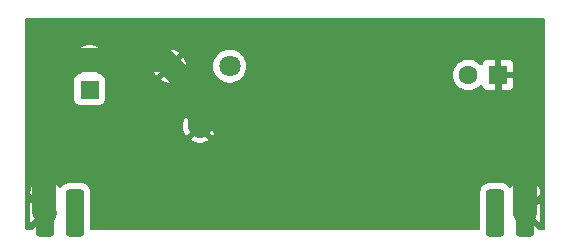
<source format=gbl>
%TF.GenerationSoftware,KiCad,Pcbnew,8.0.4*%
%TF.CreationDate,2025-01-06T15:16:24+00:00*%
%TF.ProjectId,33063_invert,33333036-335f-4696-9e76-6572742e6b69,rev?*%
%TF.SameCoordinates,Original*%
%TF.FileFunction,Copper,L2,Bot*%
%TF.FilePolarity,Positive*%
%FSLAX46Y46*%
G04 Gerber Fmt 4.6, Leading zero omitted, Abs format (unit mm)*
G04 Created by KiCad (PCBNEW 8.0.4) date 2025-01-06 15:16:24*
%MOMM*%
%LPD*%
G01*
G04 APERTURE LIST*
G04 Aperture macros list*
%AMRoundRect*
0 Rectangle with rounded corners*
0 $1 Rounding radius*
0 $2 $3 $4 $5 $6 $7 $8 $9 X,Y pos of 4 corners*
0 Add a 4 corners polygon primitive as box body*
4,1,4,$2,$3,$4,$5,$6,$7,$8,$9,$2,$3,0*
0 Add four circle primitives for the rounded corners*
1,1,$1+$1,$2,$3*
1,1,$1+$1,$4,$5*
1,1,$1+$1,$6,$7*
1,1,$1+$1,$8,$9*
0 Add four rect primitives between the rounded corners*
20,1,$1+$1,$2,$3,$4,$5,0*
20,1,$1+$1,$4,$5,$6,$7,0*
20,1,$1+$1,$6,$7,$8,$9,0*
20,1,$1+$1,$8,$9,$2,$3,0*%
G04 Aperture macros list end*
%TA.AperFunction,ComponentPad*%
%ADD10RoundRect,0.250000X-0.500000X-1.750000X0.500000X-1.750000X0.500000X1.750000X-0.500000X1.750000X0*%
%TD*%
%TA.AperFunction,ComponentPad*%
%ADD11R,1.600000X1.600000*%
%TD*%
%TA.AperFunction,ComponentPad*%
%ADD12C,1.600000*%
%TD*%
%TA.AperFunction,ComponentPad*%
%ADD13C,1.800000*%
%TD*%
%TA.AperFunction,ViaPad*%
%ADD14C,2.000000*%
%TD*%
%TA.AperFunction,Conductor*%
%ADD15C,2.000000*%
%TD*%
%TA.AperFunction,Conductor*%
%ADD16C,0.600000*%
%TD*%
%TA.AperFunction,Conductor*%
%ADD17C,0.200000*%
%TD*%
G04 APERTURE END LIST*
D10*
%TO.P,J1,1,Pin_1*%
%TO.N,GND2*%
X53180000Y-68000000D03*
%TO.P,J1,2,Pin_2*%
%TO.N,/Vin_2*%
X55720000Y-68000000D03*
%TD*%
D11*
%TO.P,C1,1*%
%TO.N,/Vin_2*%
X56950000Y-57600000D03*
D12*
%TO.P,C1,2*%
%TO.N,GND2*%
X56950000Y-55100000D03*
%TD*%
D10*
%TO.P,J2,1,Pin_1*%
%TO.N,/Vout_2*%
X91280000Y-68000000D03*
%TO.P,J2,2,Pin_2*%
%TO.N,GND2*%
X93820000Y-68000000D03*
%TD*%
D12*
%TO.P,C3,2*%
%TO.N,/Vout_2*%
X89000000Y-56350000D03*
D11*
%TO.P,C3,1*%
%TO.N,GND2*%
X91500000Y-56350000D03*
%TD*%
D13*
%TO.P,RV1,1,1*%
%TO.N,Net-(JP2-B)*%
X68790000Y-55610000D03*
%TO.P,RV1,2,2*%
%TO.N,GND2*%
X66250000Y-60690000D03*
%TO.P,RV1,3,3*%
X63710000Y-55610000D03*
%TD*%
D14*
%TO.N,GND2*%
X71650000Y-66350000D03*
%TD*%
D15*
%TO.N,GND2*%
X67290000Y-59650000D02*
X81700000Y-59650000D01*
X81700000Y-59650000D02*
X92170000Y-59650000D01*
X93820000Y-68000000D02*
X93820000Y-61300000D01*
X71650000Y-64090000D02*
X68250000Y-60690000D01*
D16*
X91500000Y-56350000D02*
X91500000Y-58980000D01*
D15*
X63200000Y-55100000D02*
X63710000Y-55610000D01*
D17*
X91500000Y-58980000D02*
X92170000Y-59650000D01*
D15*
X53050000Y-67870000D02*
X53050000Y-56700000D01*
X53180000Y-68000000D02*
X53050000Y-67870000D01*
X55450000Y-55100000D02*
X56950000Y-55100000D01*
X93820000Y-61300000D02*
X92170000Y-59650000D01*
X71650000Y-66350000D02*
X71650000Y-64090000D01*
X66250000Y-60690000D02*
X67290000Y-59650000D01*
X66250000Y-58150000D02*
X63710000Y-55610000D01*
X56950000Y-55100000D02*
X63200000Y-55100000D01*
X54650000Y-55100000D02*
X57450000Y-55100000D01*
X66250000Y-60690000D02*
X66250000Y-58150000D01*
X53050000Y-56700000D02*
X54650000Y-55100000D01*
%TD*%
%TA.AperFunction,Conductor*%
%TO.N,GND2*%
G36*
X95443039Y-51519685D02*
G01*
X95488794Y-51572489D01*
X95500000Y-51624000D01*
X95500000Y-69375500D01*
X95480315Y-69442539D01*
X95427511Y-69488294D01*
X95376000Y-69499500D01*
X95017309Y-69499500D01*
X94950270Y-69479815D01*
X94929628Y-69463181D01*
X93866447Y-68400000D01*
X93872661Y-68400000D01*
X93974394Y-68372741D01*
X94065606Y-68320080D01*
X94140080Y-68245606D01*
X94192741Y-68154394D01*
X94220000Y-68052661D01*
X94220000Y-68046448D01*
X95069998Y-68896446D01*
X95069999Y-68896445D01*
X95069999Y-67103553D01*
X95069998Y-67103552D01*
X94220000Y-67953551D01*
X94220000Y-67947339D01*
X94192741Y-67845606D01*
X94140080Y-67754394D01*
X94065606Y-67679920D01*
X93974394Y-67627259D01*
X93872661Y-67600000D01*
X93866447Y-67600000D01*
X95069998Y-66396447D01*
X95069999Y-66396446D01*
X95069999Y-66200028D01*
X95069998Y-66200013D01*
X95059505Y-66097302D01*
X95004358Y-65930880D01*
X95004356Y-65930875D01*
X94912315Y-65781654D01*
X94788345Y-65657684D01*
X94639124Y-65565643D01*
X94639119Y-65565641D01*
X94472697Y-65510494D01*
X94472690Y-65510493D01*
X94369980Y-65500000D01*
X93270028Y-65500000D01*
X93270012Y-65500001D01*
X93167302Y-65510494D01*
X93000880Y-65565641D01*
X93000875Y-65565643D01*
X92851654Y-65657684D01*
X92727683Y-65781655D01*
X92727680Y-65781659D01*
X92655831Y-65898144D01*
X92603883Y-65944869D01*
X92534920Y-65956090D01*
X92470838Y-65928247D01*
X92444754Y-65898144D01*
X92372906Y-65781659D01*
X92372712Y-65781344D01*
X92248656Y-65657288D01*
X92099334Y-65565186D01*
X91932797Y-65510001D01*
X91932795Y-65510000D01*
X91830010Y-65499500D01*
X90729998Y-65499500D01*
X90729980Y-65499501D01*
X90627203Y-65510000D01*
X90627200Y-65510001D01*
X90460668Y-65565185D01*
X90460663Y-65565187D01*
X90311342Y-65657289D01*
X90187289Y-65781342D01*
X90095187Y-65930663D01*
X90095185Y-65930668D01*
X90086761Y-65956090D01*
X90040001Y-66097203D01*
X90040001Y-66097204D01*
X90040000Y-66097204D01*
X90029500Y-66199983D01*
X90029500Y-66199991D01*
X90029500Y-67845606D01*
X90029501Y-69375500D01*
X90009816Y-69442539D01*
X89957012Y-69488294D01*
X89905501Y-69499500D01*
X57094500Y-69499500D01*
X57027461Y-69479815D01*
X56981706Y-69427011D01*
X56970500Y-69375500D01*
X56970499Y-66199998D01*
X56970498Y-66199981D01*
X56959999Y-66097203D01*
X56959998Y-66097200D01*
X56904814Y-65930666D01*
X56812712Y-65781344D01*
X56688656Y-65657288D01*
X56539334Y-65565186D01*
X56372797Y-65510001D01*
X56372795Y-65510000D01*
X56270010Y-65499500D01*
X55169998Y-65499500D01*
X55169980Y-65499501D01*
X55067203Y-65510000D01*
X55067200Y-65510001D01*
X54900668Y-65565185D01*
X54900663Y-65565187D01*
X54751342Y-65657289D01*
X54627288Y-65781343D01*
X54627285Y-65781347D01*
X54555244Y-65898144D01*
X54503296Y-65944869D01*
X54434334Y-65956090D01*
X54370252Y-65928247D01*
X54344167Y-65898144D01*
X54272315Y-65781654D01*
X54148345Y-65657684D01*
X53999124Y-65565643D01*
X53999119Y-65565641D01*
X53832697Y-65510494D01*
X53832690Y-65510493D01*
X53729980Y-65500000D01*
X52630028Y-65500000D01*
X52630012Y-65500001D01*
X52527302Y-65510494D01*
X52360880Y-65565641D01*
X52360875Y-65565643D01*
X52211654Y-65657684D01*
X52087684Y-65781654D01*
X51995643Y-65930875D01*
X51995641Y-65930880D01*
X51940494Y-66097302D01*
X51940493Y-66097309D01*
X51930000Y-66200013D01*
X51930000Y-66396447D01*
X53133553Y-67600000D01*
X53127339Y-67600000D01*
X53025606Y-67627259D01*
X52934394Y-67679920D01*
X52859920Y-67754394D01*
X52807259Y-67845606D01*
X52780000Y-67947339D01*
X52780000Y-67953552D01*
X51930000Y-67103552D01*
X51930000Y-68896446D01*
X52780000Y-68046446D01*
X52780000Y-68052661D01*
X52807259Y-68154394D01*
X52859920Y-68245606D01*
X52934394Y-68320080D01*
X53025606Y-68372741D01*
X53127339Y-68400000D01*
X53133553Y-68400000D01*
X52070372Y-69463181D01*
X52009049Y-69496666D01*
X51982691Y-69499500D01*
X51624000Y-69499500D01*
X51556961Y-69479815D01*
X51511206Y-69427011D01*
X51500000Y-69375500D01*
X51500000Y-60689994D01*
X64845202Y-60689994D01*
X64845202Y-60690005D01*
X64864361Y-60921218D01*
X64921317Y-61146135D01*
X65014515Y-61358606D01*
X65098812Y-61487633D01*
X65767037Y-60819408D01*
X65784075Y-60882993D01*
X65849901Y-60997007D01*
X65942993Y-61090099D01*
X66057007Y-61155925D01*
X66120590Y-61172962D01*
X65451201Y-61842351D01*
X65481649Y-61866050D01*
X65685697Y-61976476D01*
X65685706Y-61976479D01*
X65905139Y-62051811D01*
X66133993Y-62090000D01*
X66366007Y-62090000D01*
X66594860Y-62051811D01*
X66814293Y-61976479D01*
X66814301Y-61976476D01*
X67018355Y-61866047D01*
X67048797Y-61842351D01*
X67048798Y-61842350D01*
X66379410Y-61172962D01*
X66442993Y-61155925D01*
X66557007Y-61090099D01*
X66650099Y-60997007D01*
X66715925Y-60882993D01*
X66732962Y-60819409D01*
X67401186Y-61487633D01*
X67485482Y-61358611D01*
X67578682Y-61146135D01*
X67635638Y-60921218D01*
X67654798Y-60690005D01*
X67654798Y-60689994D01*
X67635638Y-60458781D01*
X67578682Y-60233864D01*
X67485484Y-60021393D01*
X67401186Y-59892365D01*
X66732962Y-60560589D01*
X66715925Y-60497007D01*
X66650099Y-60382993D01*
X66557007Y-60289901D01*
X66442993Y-60224075D01*
X66379409Y-60207037D01*
X67048797Y-59537647D01*
X67048797Y-59537645D01*
X67018360Y-59513955D01*
X67018354Y-59513951D01*
X66814302Y-59403523D01*
X66814293Y-59403520D01*
X66594860Y-59328188D01*
X66366007Y-59290000D01*
X66133993Y-59290000D01*
X65905139Y-59328188D01*
X65685706Y-59403520D01*
X65685697Y-59403523D01*
X65481650Y-59513949D01*
X65451200Y-59537647D01*
X66120591Y-60207037D01*
X66057007Y-60224075D01*
X65942993Y-60289901D01*
X65849901Y-60382993D01*
X65784075Y-60497007D01*
X65767037Y-60560591D01*
X65098811Y-59892365D01*
X65014516Y-60021390D01*
X64921317Y-60233864D01*
X64864361Y-60458781D01*
X64845202Y-60689994D01*
X51500000Y-60689994D01*
X51500000Y-55099997D01*
X55645034Y-55099997D01*
X55645034Y-55100002D01*
X55664858Y-55326599D01*
X55664860Y-55326610D01*
X55723730Y-55546317D01*
X55723735Y-55546331D01*
X55819863Y-55752478D01*
X55870974Y-55825472D01*
X56550000Y-55146446D01*
X56550000Y-55152661D01*
X56577259Y-55254394D01*
X56629920Y-55345606D01*
X56704394Y-55420080D01*
X56795606Y-55472741D01*
X56897339Y-55500000D01*
X56903553Y-55500000D01*
X56219352Y-56184199D01*
X56209506Y-56233194D01*
X56160890Y-56283377D01*
X56105367Y-56298049D01*
X56105423Y-56299099D01*
X56105429Y-56299146D01*
X56105426Y-56299146D01*
X56105436Y-56299324D01*
X56102123Y-56299501D01*
X56042516Y-56305908D01*
X55907671Y-56356202D01*
X55907664Y-56356206D01*
X55792455Y-56442452D01*
X55792452Y-56442455D01*
X55706206Y-56557664D01*
X55706202Y-56557671D01*
X55655908Y-56692517D01*
X55649501Y-56752116D01*
X55649501Y-56752123D01*
X55649500Y-56752135D01*
X55649500Y-58447870D01*
X55649501Y-58447876D01*
X55655908Y-58507483D01*
X55706202Y-58642328D01*
X55706206Y-58642335D01*
X55792452Y-58757544D01*
X55792455Y-58757547D01*
X55907664Y-58843793D01*
X55907671Y-58843797D01*
X56042517Y-58894091D01*
X56042516Y-58894091D01*
X56049444Y-58894835D01*
X56102127Y-58900500D01*
X57797872Y-58900499D01*
X57857483Y-58894091D01*
X57992331Y-58843796D01*
X58107546Y-58757546D01*
X58193796Y-58642331D01*
X58244091Y-58507483D01*
X58250500Y-58447873D01*
X58250499Y-56752128D01*
X58244091Y-56692517D01*
X58209584Y-56600000D01*
X58193797Y-56557671D01*
X58193793Y-56557664D01*
X58107547Y-56442455D01*
X58107544Y-56442452D01*
X57992335Y-56356206D01*
X57992328Y-56356202D01*
X57857482Y-56305908D01*
X57857483Y-56305908D01*
X57797883Y-56299501D01*
X57797881Y-56299500D01*
X57797873Y-56299500D01*
X57797864Y-56299500D01*
X57794548Y-56299322D01*
X57794627Y-56297847D01*
X57733215Y-56279815D01*
X57687460Y-56227011D01*
X57679969Y-56183522D01*
X56996447Y-55500000D01*
X57002661Y-55500000D01*
X57104394Y-55472741D01*
X57195606Y-55420080D01*
X57270080Y-55345606D01*
X57322741Y-55254394D01*
X57350000Y-55152661D01*
X57350000Y-55146447D01*
X58029024Y-55825471D01*
X58080136Y-55752478D01*
X58146577Y-55609994D01*
X62305202Y-55609994D01*
X62305202Y-55610005D01*
X62324361Y-55841218D01*
X62381317Y-56066135D01*
X62474515Y-56278606D01*
X62558812Y-56407633D01*
X63227037Y-55739408D01*
X63244075Y-55802993D01*
X63309901Y-55917007D01*
X63402993Y-56010099D01*
X63517007Y-56075925D01*
X63580590Y-56092962D01*
X62911201Y-56762351D01*
X62941649Y-56786050D01*
X63145697Y-56896476D01*
X63145706Y-56896479D01*
X63365139Y-56971811D01*
X63593993Y-57010000D01*
X63826007Y-57010000D01*
X64054860Y-56971811D01*
X64274293Y-56896479D01*
X64274301Y-56896476D01*
X64478355Y-56786047D01*
X64508797Y-56762351D01*
X64508798Y-56762350D01*
X63839410Y-56092962D01*
X63902993Y-56075925D01*
X64017007Y-56010099D01*
X64110099Y-55917007D01*
X64175925Y-55802993D01*
X64192962Y-55739409D01*
X64861186Y-56407633D01*
X64945482Y-56278611D01*
X65038682Y-56066135D01*
X65095638Y-55841218D01*
X65114798Y-55610005D01*
X65114798Y-55609994D01*
X65114798Y-55609993D01*
X67384700Y-55609993D01*
X67384700Y-55610006D01*
X67403864Y-55841297D01*
X67403866Y-55841308D01*
X67460842Y-56066300D01*
X67554075Y-56278848D01*
X67681016Y-56473147D01*
X67681019Y-56473151D01*
X67681021Y-56473153D01*
X67838216Y-56643913D01*
X67838219Y-56643915D01*
X67838222Y-56643918D01*
X68021365Y-56786464D01*
X68021371Y-56786468D01*
X68021374Y-56786470D01*
X68188860Y-56877109D01*
X68224652Y-56896479D01*
X68225497Y-56896936D01*
X68339487Y-56936068D01*
X68445015Y-56972297D01*
X68445017Y-56972297D01*
X68445019Y-56972298D01*
X68673951Y-57010500D01*
X68673952Y-57010500D01*
X68906048Y-57010500D01*
X68906049Y-57010500D01*
X69134981Y-56972298D01*
X69354503Y-56896936D01*
X69558626Y-56786470D01*
X69559170Y-56786047D01*
X69679337Y-56692517D01*
X69741784Y-56643913D01*
X69898979Y-56473153D01*
X69979440Y-56349998D01*
X87694532Y-56349998D01*
X87694532Y-56350001D01*
X87714364Y-56576686D01*
X87714366Y-56576697D01*
X87773258Y-56796488D01*
X87773261Y-56796497D01*
X87869431Y-57002732D01*
X87869432Y-57002734D01*
X87999954Y-57189141D01*
X88160858Y-57350045D01*
X88160861Y-57350047D01*
X88347266Y-57480568D01*
X88553504Y-57576739D01*
X88773308Y-57635635D01*
X88935230Y-57649801D01*
X88999998Y-57655468D01*
X89000000Y-57655468D01*
X89000002Y-57655468D01*
X89062511Y-57649999D01*
X89226692Y-57635635D01*
X89446496Y-57576739D01*
X89652734Y-57480568D01*
X89839139Y-57350047D01*
X89996694Y-57192491D01*
X90058016Y-57159008D01*
X90127707Y-57163992D01*
X90183641Y-57205863D01*
X90205051Y-57251658D01*
X90206402Y-57257378D01*
X90256645Y-57392086D01*
X90256649Y-57392093D01*
X90342809Y-57507187D01*
X90342812Y-57507190D01*
X90457906Y-57593350D01*
X90457913Y-57593354D01*
X90592620Y-57643596D01*
X90592627Y-57643598D01*
X90652155Y-57649999D01*
X90652172Y-57650000D01*
X91250000Y-57650000D01*
X91250000Y-56665686D01*
X91254394Y-56670080D01*
X91345606Y-56722741D01*
X91447339Y-56750000D01*
X91552661Y-56750000D01*
X91654394Y-56722741D01*
X91745606Y-56670080D01*
X91750000Y-56665686D01*
X91750000Y-57650000D01*
X92347828Y-57650000D01*
X92347844Y-57649999D01*
X92407372Y-57643598D01*
X92407379Y-57643596D01*
X92542086Y-57593354D01*
X92542093Y-57593350D01*
X92657187Y-57507190D01*
X92657190Y-57507187D01*
X92743350Y-57392093D01*
X92743354Y-57392086D01*
X92793596Y-57257379D01*
X92793598Y-57257372D01*
X92799999Y-57197844D01*
X92800000Y-57197827D01*
X92800000Y-56600000D01*
X91815686Y-56600000D01*
X91820080Y-56595606D01*
X91872741Y-56504394D01*
X91900000Y-56402661D01*
X91900000Y-56297339D01*
X91872741Y-56195606D01*
X91820080Y-56104394D01*
X91815686Y-56100000D01*
X92800000Y-56100000D01*
X92800000Y-55502172D01*
X92799999Y-55502155D01*
X92793598Y-55442627D01*
X92793596Y-55442620D01*
X92743354Y-55307913D01*
X92743350Y-55307906D01*
X92657190Y-55192812D01*
X92657187Y-55192809D01*
X92542093Y-55106649D01*
X92542086Y-55106645D01*
X92407379Y-55056403D01*
X92407372Y-55056401D01*
X92347844Y-55050000D01*
X91750000Y-55050000D01*
X91750000Y-56034314D01*
X91745606Y-56029920D01*
X91654394Y-55977259D01*
X91552661Y-55950000D01*
X91447339Y-55950000D01*
X91345606Y-55977259D01*
X91254394Y-56029920D01*
X91250000Y-56034314D01*
X91250000Y-55050000D01*
X90652155Y-55050000D01*
X90592627Y-55056401D01*
X90592620Y-55056403D01*
X90457913Y-55106645D01*
X90457906Y-55106649D01*
X90342812Y-55192809D01*
X90342809Y-55192812D01*
X90256649Y-55307906D01*
X90256645Y-55307913D01*
X90206401Y-55442626D01*
X90205050Y-55448343D01*
X90170475Y-55509058D01*
X90108564Y-55541443D01*
X90038972Y-55535214D01*
X89996693Y-55507506D01*
X89839141Y-55349954D01*
X89652734Y-55219432D01*
X89652732Y-55219431D01*
X89446497Y-55123261D01*
X89446488Y-55123258D01*
X89226697Y-55064366D01*
X89226693Y-55064365D01*
X89226692Y-55064365D01*
X89226691Y-55064364D01*
X89226686Y-55064364D01*
X89000002Y-55044532D01*
X88999998Y-55044532D01*
X88773313Y-55064364D01*
X88773302Y-55064366D01*
X88553511Y-55123258D01*
X88553502Y-55123261D01*
X88347267Y-55219431D01*
X88347265Y-55219432D01*
X88160858Y-55349954D01*
X87999954Y-55510858D01*
X87869432Y-55697265D01*
X87869431Y-55697267D01*
X87773261Y-55903502D01*
X87773258Y-55903511D01*
X87714366Y-56123302D01*
X87714364Y-56123313D01*
X87694532Y-56349998D01*
X69979440Y-56349998D01*
X70025924Y-56278849D01*
X70119157Y-56066300D01*
X70176134Y-55841305D01*
X70176135Y-55841297D01*
X70195300Y-55610006D01*
X70195300Y-55609993D01*
X70176135Y-55378702D01*
X70176133Y-55378691D01*
X70119157Y-55153699D01*
X70025924Y-54941151D01*
X69898983Y-54746852D01*
X69898980Y-54746849D01*
X69898979Y-54746847D01*
X69741784Y-54576087D01*
X69741779Y-54576083D01*
X69741777Y-54576081D01*
X69558634Y-54433535D01*
X69558628Y-54433531D01*
X69354504Y-54323064D01*
X69354495Y-54323061D01*
X69134984Y-54247702D01*
X68963282Y-54219050D01*
X68906049Y-54209500D01*
X68673951Y-54209500D01*
X68628164Y-54217140D01*
X68445015Y-54247702D01*
X68225504Y-54323061D01*
X68225495Y-54323064D01*
X68021371Y-54433531D01*
X68021365Y-54433535D01*
X67838222Y-54576081D01*
X67838219Y-54576084D01*
X67681016Y-54746852D01*
X67554075Y-54941151D01*
X67460842Y-55153699D01*
X67403866Y-55378691D01*
X67403864Y-55378702D01*
X67384700Y-55609993D01*
X65114798Y-55609993D01*
X65095638Y-55378781D01*
X65038682Y-55153864D01*
X64945484Y-54941393D01*
X64861186Y-54812365D01*
X64192962Y-55480589D01*
X64175925Y-55417007D01*
X64110099Y-55302993D01*
X64017007Y-55209901D01*
X63902993Y-55144075D01*
X63839409Y-55127037D01*
X64508797Y-54457647D01*
X64508797Y-54457645D01*
X64478360Y-54433955D01*
X64478354Y-54433951D01*
X64274302Y-54323523D01*
X64274293Y-54323520D01*
X64054860Y-54248188D01*
X63826007Y-54210000D01*
X63593993Y-54210000D01*
X63365139Y-54248188D01*
X63145706Y-54323520D01*
X63145697Y-54323523D01*
X62941650Y-54433949D01*
X62911200Y-54457647D01*
X63580591Y-55127037D01*
X63517007Y-55144075D01*
X63402993Y-55209901D01*
X63309901Y-55302993D01*
X63244075Y-55417007D01*
X63227037Y-55480591D01*
X62558811Y-54812365D01*
X62474516Y-54941390D01*
X62381317Y-55153864D01*
X62324361Y-55378781D01*
X62305202Y-55609994D01*
X58146577Y-55609994D01*
X58176264Y-55546331D01*
X58176269Y-55546317D01*
X58235139Y-55326610D01*
X58235141Y-55326599D01*
X58254966Y-55100002D01*
X58254966Y-55099997D01*
X58235141Y-54873400D01*
X58235139Y-54873389D01*
X58176269Y-54653682D01*
X58176264Y-54653668D01*
X58080136Y-54447521D01*
X58080132Y-54447513D01*
X58029025Y-54374526D01*
X57350000Y-55053551D01*
X57350000Y-55047339D01*
X57322741Y-54945606D01*
X57270080Y-54854394D01*
X57195606Y-54779920D01*
X57104394Y-54727259D01*
X57002661Y-54700000D01*
X56996448Y-54700000D01*
X57675472Y-54020974D01*
X57602478Y-53969863D01*
X57396331Y-53873735D01*
X57396317Y-53873730D01*
X57176610Y-53814860D01*
X57176599Y-53814858D01*
X56950002Y-53795034D01*
X56949998Y-53795034D01*
X56723400Y-53814858D01*
X56723389Y-53814860D01*
X56503682Y-53873730D01*
X56503673Y-53873734D01*
X56297516Y-53969866D01*
X56297512Y-53969868D01*
X56224526Y-54020973D01*
X56224526Y-54020974D01*
X56903553Y-54700000D01*
X56897339Y-54700000D01*
X56795606Y-54727259D01*
X56704394Y-54779920D01*
X56629920Y-54854394D01*
X56577259Y-54945606D01*
X56550000Y-55047339D01*
X56550000Y-55053552D01*
X55870974Y-54374526D01*
X55870973Y-54374526D01*
X55819868Y-54447512D01*
X55819866Y-54447516D01*
X55723734Y-54653673D01*
X55723730Y-54653682D01*
X55664860Y-54873389D01*
X55664858Y-54873400D01*
X55645034Y-55099997D01*
X51500000Y-55099997D01*
X51500000Y-51624000D01*
X51519685Y-51556961D01*
X51572489Y-51511206D01*
X51624000Y-51500000D01*
X95376000Y-51500000D01*
X95443039Y-51519685D01*
G37*
%TD.AperFunction*%
%TD*%
M02*

</source>
